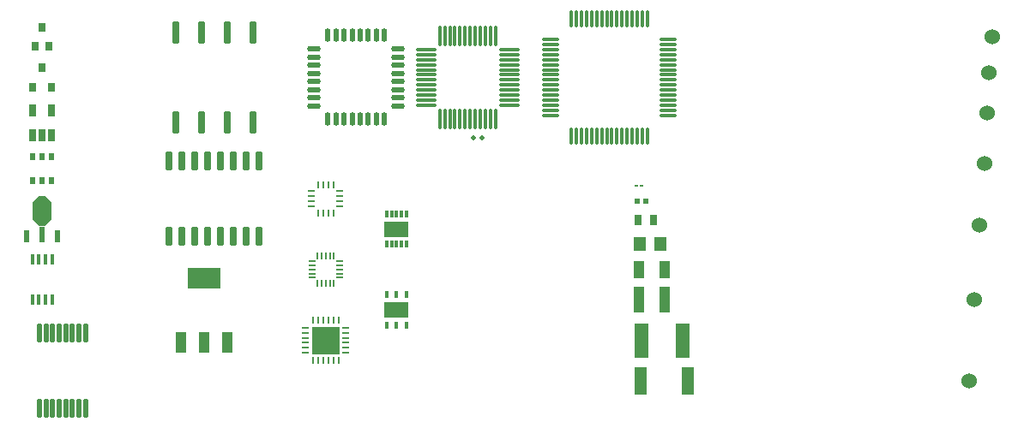
<source format=gtl>
G04*
G04 #@! TF.GenerationSoftware,Altium Limited,Altium Designer,21.2.2 (38)*
G04*
G04 Layer_Physical_Order=1*
G04 Layer_Color=255*
%FSLAX25Y25*%
%MOIN*%
G70*
G04*
G04 #@! TF.SameCoordinates,8CE579DD-E24D-4BF9-88A6-D400C93C7681*
G04*
G04*
G04 #@! TF.FilePolarity,Positive*
G04*
G01*
G75*
%ADD23R,0.09252X0.06221*%
%ADD24R,0.01181X0.02756*%
%ADD25R,0.09409X0.06299*%
%ADD26R,0.01811X0.02795*%
%ADD27R,0.10827X0.10827*%
%ADD28R,0.02756X0.00984*%
%ADD29R,0.00984X0.02756*%
%ADD54R,0.04921X0.10630*%
%ADD55R,0.05512X0.13386*%
%ADD56R,0.04331X0.10236*%
%ADD57R,0.04724X0.05709*%
%ADD58R,0.01378X0.00984*%
%ADD59R,0.02362X0.02165*%
%ADD60R,0.03150X0.03937*%
%ADD61R,0.04331X0.06693*%
%ADD62O,0.00787X0.02953*%
%ADD63O,0.02953X0.00787*%
%ADD64O,0.03150X0.00984*%
%ADD65O,0.00984X0.03150*%
G04:AMPARAMS|DCode=66|XSize=11.81mil|YSize=64.96mil|CornerRadius=1.95mil|HoleSize=0mil|Usage=FLASHONLY|Rotation=90.000|XOffset=0mil|YOffset=0mil|HoleType=Round|Shape=RoundedRectangle|*
%AMROUNDEDRECTD66*
21,1,0.01181,0.06106,0,0,90.0*
21,1,0.00791,0.06496,0,0,90.0*
1,1,0.00390,0.03053,0.00396*
1,1,0.00390,0.03053,-0.00396*
1,1,0.00390,-0.03053,-0.00396*
1,1,0.00390,-0.03053,0.00396*
%
%ADD66ROUNDEDRECTD66*%
G04:AMPARAMS|DCode=67|XSize=11.81mil|YSize=64.96mil|CornerRadius=1.95mil|HoleSize=0mil|Usage=FLASHONLY|Rotation=0.000|XOffset=0mil|YOffset=0mil|HoleType=Round|Shape=RoundedRectangle|*
%AMROUNDEDRECTD67*
21,1,0.01181,0.06106,0,0,0.0*
21,1,0.00791,0.06496,0,0,0.0*
1,1,0.00390,0.00396,-0.03053*
1,1,0.00390,-0.00396,-0.03053*
1,1,0.00390,-0.00396,0.03053*
1,1,0.00390,0.00396,0.03053*
%
%ADD67ROUNDEDRECTD67*%
%ADD68O,0.08268X0.01181*%
%ADD69O,0.01181X0.08268*%
%ADD70O,0.02165X0.05315*%
%ADD71O,0.05315X0.02165*%
G04:AMPARAMS|DCode=72|XSize=23.62mil|YSize=84.65mil|CornerRadius=2.01mil|HoleSize=0mil|Usage=FLASHONLY|Rotation=180.000|XOffset=0mil|YOffset=0mil|HoleType=Round|Shape=RoundedRectangle|*
%AMROUNDEDRECTD72*
21,1,0.02362,0.08063,0,0,180.0*
21,1,0.01961,0.08465,0,0,180.0*
1,1,0.00402,-0.00980,0.04031*
1,1,0.00402,0.00980,0.04031*
1,1,0.00402,0.00980,-0.04031*
1,1,0.00402,-0.00980,-0.04031*
%
%ADD72ROUNDEDRECTD72*%
G04:AMPARAMS|DCode=73|XSize=25.59mil|YSize=72.84mil|CornerRadius=1.92mil|HoleSize=0mil|Usage=FLASHONLY|Rotation=180.000|XOffset=0mil|YOffset=0mil|HoleType=Round|Shape=RoundedRectangle|*
%AMROUNDEDRECTD73*
21,1,0.02559,0.06900,0,0,180.0*
21,1,0.02175,0.07284,0,0,180.0*
1,1,0.00384,-0.01088,0.03450*
1,1,0.00384,0.01088,0.03450*
1,1,0.00384,0.01088,-0.03450*
1,1,0.00384,-0.01088,-0.03450*
%
%ADD73ROUNDEDRECTD73*%
G04:AMPARAMS|DCode=74|XSize=17.72mil|YSize=72.84mil|CornerRadius=1.95mil|HoleSize=0mil|Usage=FLASHONLY|Rotation=180.000|XOffset=0mil|YOffset=0mil|HoleType=Round|Shape=RoundedRectangle|*
%AMROUNDEDRECTD74*
21,1,0.01772,0.06894,0,0,180.0*
21,1,0.01382,0.07284,0,0,180.0*
1,1,0.00390,-0.00691,0.03447*
1,1,0.00390,0.00691,0.03447*
1,1,0.00390,0.00691,-0.03447*
1,1,0.00390,-0.00691,-0.03447*
%
%ADD74ROUNDEDRECTD74*%
G04:AMPARAMS|DCode=75|XSize=15.75mil|YSize=41.34mil|CornerRadius=1.97mil|HoleSize=0mil|Usage=FLASHONLY|Rotation=180.000|XOffset=0mil|YOffset=0mil|HoleType=Round|Shape=RoundedRectangle|*
%AMROUNDEDRECTD75*
21,1,0.01575,0.03740,0,0,180.0*
21,1,0.01181,0.04134,0,0,180.0*
1,1,0.00394,-0.00591,0.01870*
1,1,0.00394,0.00591,0.01870*
1,1,0.00394,0.00591,-0.01870*
1,1,0.00394,-0.00591,-0.01870*
%
%ADD75ROUNDEDRECTD75*%
G04:AMPARAMS|DCode=76|XSize=127.95mil|YSize=80.71mil|CornerRadius=2.02mil|HoleSize=0mil|Usage=FLASHONLY|Rotation=180.000|XOffset=0mil|YOffset=0mil|HoleType=Round|Shape=RoundedRectangle|*
%AMROUNDEDRECTD76*
21,1,0.12795,0.07667,0,0,180.0*
21,1,0.12392,0.08071,0,0,180.0*
1,1,0.00404,-0.06196,0.03834*
1,1,0.00404,0.06196,0.03834*
1,1,0.00404,0.06196,-0.03834*
1,1,0.00404,-0.06196,-0.03834*
%
%ADD76ROUNDEDRECTD76*%
G04:AMPARAMS|DCode=77|XSize=39.37mil|YSize=80.71mil|CornerRadius=1.97mil|HoleSize=0mil|Usage=FLASHONLY|Rotation=180.000|XOffset=0mil|YOffset=0mil|HoleType=Round|Shape=RoundedRectangle|*
%AMROUNDEDRECTD77*
21,1,0.03937,0.07677,0,0,180.0*
21,1,0.03543,0.08071,0,0,180.0*
1,1,0.00394,-0.01772,0.03839*
1,1,0.00394,0.01772,0.03839*
1,1,0.00394,0.01772,-0.03839*
1,1,0.00394,-0.01772,-0.03839*
%
%ADD77ROUNDEDRECTD77*%
%ADD78R,0.01968X0.04724*%
%ADD79R,0.01968X0.06299*%
%ADD80R,0.02756X0.05118*%
%ADD81R,0.02165X0.03150*%
%ADD82R,0.02756X0.03543*%
%ADD83R,0.03150X0.03543*%
%ADD84C,0.06000*%
%ADD85C,0.01968*%
G36*
X14764Y99606D02*
X12205Y102165D01*
Y108858D01*
X14764Y111417D01*
X16732D01*
X19291Y108858D01*
Y102165D01*
X16732Y99606D01*
X14764D01*
D02*
G37*
D23*
X153543Y98425D02*
D03*
D24*
X149606Y104232D02*
D03*
X151575D02*
D03*
X153543D02*
D03*
X155512D02*
D03*
X157480D02*
D03*
Y92618D02*
D03*
X155512D02*
D03*
X153543D02*
D03*
X151575D02*
D03*
X149606D02*
D03*
D25*
X153543Y66929D02*
D03*
D26*
X149803Y72835D02*
D03*
X153543D02*
D03*
X157283D02*
D03*
Y61024D02*
D03*
X153543D02*
D03*
X149803D02*
D03*
D27*
X125984Y55118D02*
D03*
D28*
X118209Y50197D02*
D03*
Y52165D02*
D03*
Y54134D02*
D03*
Y56102D02*
D03*
Y58071D02*
D03*
Y60039D02*
D03*
X133760D02*
D03*
Y58071D02*
D03*
Y56102D02*
D03*
Y54134D02*
D03*
Y52165D02*
D03*
Y50197D02*
D03*
D29*
X121063Y62894D02*
D03*
X123031D02*
D03*
X125000D02*
D03*
X126969D02*
D03*
X128937D02*
D03*
X130905D02*
D03*
Y47343D02*
D03*
X128937D02*
D03*
X126969D02*
D03*
X125000D02*
D03*
X123031D02*
D03*
X121063D02*
D03*
D54*
X266732Y39370D02*
D03*
X248228D02*
D03*
D55*
X248622Y55118D02*
D03*
X264764D02*
D03*
D56*
X257874Y70866D02*
D03*
X247638D02*
D03*
D57*
X248031Y92520D02*
D03*
X255906D02*
D03*
D58*
X246555Y115354D02*
D03*
X248721D02*
D03*
D59*
X250492Y109449D02*
D03*
X247146D02*
D03*
D60*
X253346Y101969D02*
D03*
X247441D02*
D03*
D61*
X257874Y82677D02*
D03*
X247638D02*
D03*
D62*
X122835Y77362D02*
D03*
X124409D02*
D03*
X125984D02*
D03*
X127559D02*
D03*
X129134D02*
D03*
Y87992D02*
D03*
X127559D02*
D03*
X125984D02*
D03*
X124409D02*
D03*
X122835D02*
D03*
D63*
X131299Y79528D02*
D03*
Y81102D02*
D03*
Y82677D02*
D03*
Y84252D02*
D03*
Y85827D02*
D03*
X120669D02*
D03*
Y84252D02*
D03*
Y82677D02*
D03*
Y81102D02*
D03*
Y79528D02*
D03*
D64*
X120472Y107283D02*
D03*
Y109252D02*
D03*
Y111221D02*
D03*
Y113189D02*
D03*
X131496D02*
D03*
Y111221D02*
D03*
Y109252D02*
D03*
Y107283D02*
D03*
D65*
X123031Y115748D02*
D03*
X125000D02*
D03*
X126969D02*
D03*
X128937D02*
D03*
Y104724D02*
D03*
X126969D02*
D03*
X125000D02*
D03*
X123031D02*
D03*
D66*
X213287Y172244D02*
D03*
Y170276D02*
D03*
Y168307D02*
D03*
Y166339D02*
D03*
Y164370D02*
D03*
Y162402D02*
D03*
Y160433D02*
D03*
Y158465D02*
D03*
Y156496D02*
D03*
Y154527D02*
D03*
Y152559D02*
D03*
Y150591D02*
D03*
Y148622D02*
D03*
Y146653D02*
D03*
Y144685D02*
D03*
Y142717D02*
D03*
X259154D02*
D03*
Y144685D02*
D03*
Y146653D02*
D03*
Y148622D02*
D03*
Y150591D02*
D03*
Y152559D02*
D03*
Y154527D02*
D03*
Y156496D02*
D03*
Y158465D02*
D03*
Y160433D02*
D03*
Y162402D02*
D03*
Y164370D02*
D03*
Y166339D02*
D03*
Y168307D02*
D03*
Y170276D02*
D03*
Y172244D02*
D03*
D67*
X221457Y134547D02*
D03*
X223425D02*
D03*
X225394D02*
D03*
X227362D02*
D03*
X229331D02*
D03*
X231299D02*
D03*
X233268D02*
D03*
X235236D02*
D03*
X237205D02*
D03*
X239173D02*
D03*
X241142D02*
D03*
X243110D02*
D03*
X245079D02*
D03*
X247047D02*
D03*
X249016D02*
D03*
X250984D02*
D03*
Y180413D02*
D03*
X249016D02*
D03*
X247047D02*
D03*
X245079D02*
D03*
X243110D02*
D03*
X241142D02*
D03*
X239173D02*
D03*
X237205D02*
D03*
X235236D02*
D03*
X233268D02*
D03*
X231299D02*
D03*
X229331D02*
D03*
X227362D02*
D03*
X225394D02*
D03*
X223425D02*
D03*
X221457D02*
D03*
D68*
X164961Y168307D02*
D03*
Y166339D02*
D03*
Y164370D02*
D03*
Y162402D02*
D03*
Y160433D02*
D03*
Y158465D02*
D03*
Y156496D02*
D03*
Y154527D02*
D03*
Y152559D02*
D03*
Y150591D02*
D03*
Y148622D02*
D03*
Y146653D02*
D03*
X197244D02*
D03*
Y148622D02*
D03*
Y150591D02*
D03*
Y152559D02*
D03*
Y154527D02*
D03*
Y156496D02*
D03*
Y158465D02*
D03*
Y160433D02*
D03*
Y162402D02*
D03*
Y164370D02*
D03*
Y166339D02*
D03*
Y168307D02*
D03*
D69*
X170276Y141339D02*
D03*
X172244D02*
D03*
X174213D02*
D03*
X176181D02*
D03*
X178150D02*
D03*
X180118D02*
D03*
X182087D02*
D03*
X184055D02*
D03*
X186024D02*
D03*
X187992D02*
D03*
X189961D02*
D03*
X191929D02*
D03*
Y173622D02*
D03*
X189961D02*
D03*
X187992D02*
D03*
X186024D02*
D03*
X184055D02*
D03*
X182087D02*
D03*
X180118D02*
D03*
X178150D02*
D03*
X176181D02*
D03*
X174213D02*
D03*
X172244D02*
D03*
X170276D02*
D03*
D70*
X126772Y173819D02*
D03*
X129921D02*
D03*
X133071D02*
D03*
X136221D02*
D03*
X139370D02*
D03*
X142520D02*
D03*
X145669D02*
D03*
X148819D02*
D03*
Y141142D02*
D03*
X145669D02*
D03*
X142520D02*
D03*
X139370D02*
D03*
X136221D02*
D03*
X133071D02*
D03*
X129921D02*
D03*
X126772D02*
D03*
D71*
X154134Y168504D02*
D03*
Y165354D02*
D03*
Y162205D02*
D03*
Y159055D02*
D03*
Y155905D02*
D03*
Y152756D02*
D03*
Y149606D02*
D03*
Y146457D02*
D03*
X121457D02*
D03*
Y149606D02*
D03*
Y152756D02*
D03*
Y155905D02*
D03*
Y159055D02*
D03*
Y162205D02*
D03*
Y165354D02*
D03*
Y168504D02*
D03*
D72*
X97677Y174902D02*
D03*
X87677D02*
D03*
X77677D02*
D03*
X67677D02*
D03*
X97677Y140059D02*
D03*
X87677D02*
D03*
X77677D02*
D03*
X67677D02*
D03*
D73*
X65177Y95571D02*
D03*
X70177D02*
D03*
X75177D02*
D03*
X80177D02*
D03*
X85177D02*
D03*
X90177D02*
D03*
X95177D02*
D03*
X100177D02*
D03*
X65177Y124902D02*
D03*
X70177D02*
D03*
X75177D02*
D03*
X80177D02*
D03*
X85177D02*
D03*
X90177D02*
D03*
X95177D02*
D03*
X100177D02*
D03*
D74*
X32579Y57973D02*
D03*
X30020D02*
D03*
X27461D02*
D03*
X24902D02*
D03*
X22343D02*
D03*
X19783D02*
D03*
X17224D02*
D03*
X14665D02*
D03*
X32579Y28642D02*
D03*
X30020D02*
D03*
X27461D02*
D03*
X24902D02*
D03*
X22343D02*
D03*
X19783D02*
D03*
X17224D02*
D03*
X14665D02*
D03*
D75*
X19587Y86516D02*
D03*
X17028D02*
D03*
X14469D02*
D03*
X11909D02*
D03*
X19587Y70965D02*
D03*
X17028D02*
D03*
X14469D02*
D03*
X11909D02*
D03*
D76*
X78740Y79429D02*
D03*
D77*
X87795Y54429D02*
D03*
X78740D02*
D03*
X69685D02*
D03*
D78*
X21654Y95669D02*
D03*
X9843D02*
D03*
D79*
X15748Y96457D02*
D03*
D80*
X12008Y135039D02*
D03*
X15748D02*
D03*
X19488D02*
D03*
Y144488D02*
D03*
X12008D02*
D03*
D81*
Y117323D02*
D03*
X15748D02*
D03*
X19488D02*
D03*
Y126772D02*
D03*
X15748D02*
D03*
X12008D02*
D03*
D82*
X13189Y169488D02*
D03*
X18307D02*
D03*
X15748Y176969D02*
D03*
D83*
X12008Y153543D02*
D03*
X19488D02*
D03*
X15748Y161417D02*
D03*
D84*
X377953Y70866D02*
D03*
X375984Y39370D02*
D03*
X379921Y100000D02*
D03*
X381890Y124016D02*
D03*
X383071Y143701D02*
D03*
X383858Y159449D02*
D03*
X385039Y173228D02*
D03*
D85*
X183465Y133858D02*
D03*
X186614D02*
D03*
M02*

</source>
